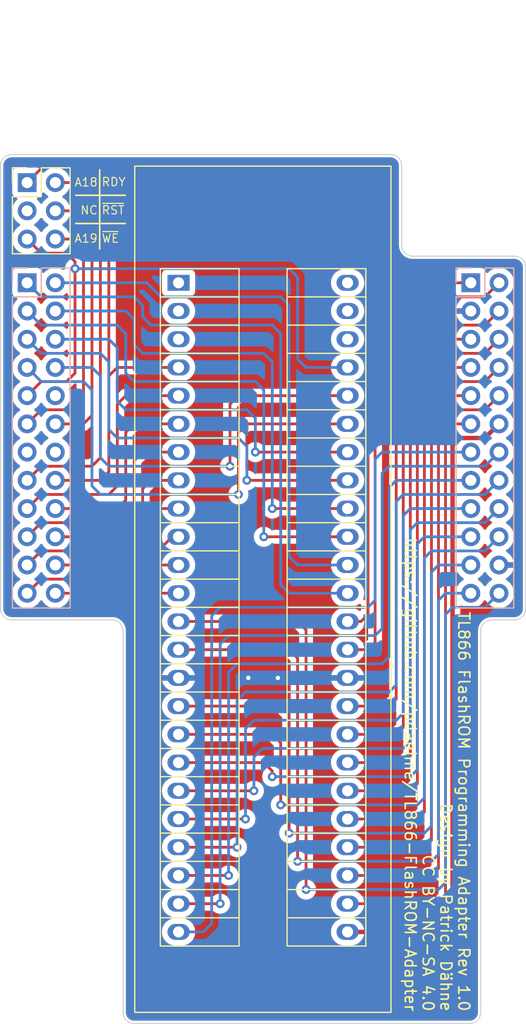
<source format=kicad_pcb>
(kicad_pcb (version 20221018) (generator pcbnew)
  (title_block (title "TL866 FlashROM Programming Adapter") (date "2024-01-08") (rev "1.0") (company "Patrick Dähne CC BY-NC-SA 4.0") (comment 1 "https://github.com/pdaehne/TL866-FlashROM-Adapter"))
  (layers (0 "F.Cu" signal) (31 "B.Cu" signal) (34 "B.Paste" user) (35 "F.Paste" user) (36 "B.SilkS" user "B.Silkscreen") (37 "F.SilkS" user "F.Silkscreen") (38 "B.Mask" user) (39 "F.Mask" user) (44 "Edge.Cuts" user))
  (net 0 "")
  (net 1 "/GND")
  (net 2 "/VCC")
  (net 3 "/A20")
  (net 4 "/A21")
  (net 5 "/~{WE}")
  (net 6 "/~{RST}")
  (net 7 "/~{WP}")
  (net 8 "/A9")
  (net 9 "/D7")
  (net 10 "/D6")
  (net 11 "/D5")
  (net 12 "/D8")
  (net 13 "/D9")
  (net 14 "/D10")
  (net 15 "/D4")
  (net 16 "/D3")
  (net 17 "/D2")
  (net 18 "/D1")
  (net 19 "/D0")
  (net 20 "/~{BYTE}")
  (net 21 "/~{OE_Flash}")
  (net 22 "/~{CE}")
  (net 23 "/~{BUSY}")
  (net 24 "/A19")
  (net 25 "/A18")
  (net 26 "/A17")
  (net 27 "/A16")
  (net 28 "/D15")
  (net 29 "/D14")
  (net 30 "/D13")
  (net 31 "/D12")
  (net 32 "/D11")
  (net 36 "/A7")
  (net 37 "/A6")
  (net 38 "/A5")
  (net 39 "/A4")
  (net 40 "/A3")
  (net 41 "/A2")
  (net 42 "/A1")
  (net 43 "/A0")
  (net 44 "/A15")
  (net 45 "/A14")
  (net 46 "/A13")
  (net 47 "/A12")
  (net 48 "/A11")
  (net 49 "/A10")
  (net 50 "/A8")
  (footprint "Connector_PinHeader_2.54mm:PinHeader_2x03_P2.54mm_Vertical" (layer "F.Cu") (at 111.76 77.343)
    (fp_text reference "J4" hide)
    (fp_text value "Conn_02x03_Odd_Even" hide)
    (pad "1" thru_hole rect (at 0 0) (size 1.7 1.7) (drill 1) (layers "*.Cu" "*.Mask") (net 25 "/A18"))
    (pad "2" thru_hole oval (at 2.54 0) (size 1.7 1.7) (drill 1) (layers "*.Cu" "*.Mask") (net 23 "/~{BUSY}"))
    (pad "3" thru_hole oval (at 0 2.54) (size 1.7 1.7) (drill 1) (layers "*.Cu" "*.Mask"))
    (pad "4" thru_hole oval (at 2.54 2.54) (size 1.7 1.7) (drill 1) (layers "*.Cu" "*.Mask") (net 6 "/~{RST}"))
    (pad "5" thru_hole oval (at 0 5.08) (size 1.7 1.7) (drill 1) (layers "*.Cu" "*.Mask") (net 24 "/A19"))
    (pad "6" thru_hole oval (at 2.54 5.08) (size 1.7 1.7) (drill 1) (layers "*.Cu" "*.Mask") (net 5 "/~{WE}"))
  )
  (footprint "Socket_ZIF:ZIF_48Pin" (layer "F.Cu") (at 125.41 86.36)
    (fp_text reference "J3" hide)
    (fp_text value "~" hide)
    (pad "1" thru_hole rect (at 0 0) (size 2 1.44) (drill 1) (layers "*.Cu" "*.Mask"))
    (pad "2" thru_hole oval (at 0 2.54) (size 2 1.44) (drill 1) (layers "*.Cu" "*.Mask"))
    (pad "3" thru_hole oval (at 0 5.08) (size 2 1.44) (drill 1) (layers "*.Cu" "*.Mask"))
    (pad "4" thru_hole oval (at 0 7.62) (size 2 1.44) (drill 1) (layers "*.Cu" "*.Mask") (net 25 "/A18"))
    (pad "5" thru_hole oval (at 0 10.16) (size 2 1.44) (drill 1) (layers "*.Cu" "*.Mask") (net 26 "/A17"))
    (pad "6" thru_hole oval (at 0 12.7) (size 2 1.44) (drill 1) (layers "*.Cu" "*.Mask") (net 36 "/A7"))
    (pad "7" thru_hole oval (at 0 15.24) (size 2 1.44) (drill 1) (layers "*.Cu" "*.Mask") (net 37 "/A6"))
    (pad "8" thru_hole oval (at 0 17.78) (size 2 1.44) (drill 1) (layers "*.Cu" "*.Mask") (net 38 "/A5"))
    (pad "9" thru_hole oval (at 0 20.32) (size 2 1.44) (drill 1) (layers "*.Cu" "*.Mask") (net 39 "/A4"))
    (pad "10" thru_hole oval (at 0 22.86) (size 2 1.44) (drill 1) (layers "*.Cu" "*.Mask") (net 40 "/A3"))
    (pad "11" thru_hole oval (at 0 25.4) (size 2 1.44) (drill 1) (layers "*.Cu" "*.Mask") (net 41 "/A2"))
    (pad "12" thru_hole oval (at 0 27.94) (size 2 1.44) (drill 1) (layers "*.Cu" "*.Mask") (net 42 "/A1"))
    (pad "13" thru_hole oval (at 0 30.48) (size 2 1.44) (drill 1) (layers "*.Cu" "*.Mask") (net 43 "/A0"))
    (pad "14" thru_hole oval (at 0 33.02) (size 2 1.44) (drill 1) (layers "*.Cu" "*.Mask") (net 22 "/~{CE}"))
    (pad "15" thru_hole oval (at 0 35.56) (size 2 1.44) (drill 1) (layers "*.Cu" "*.Mask") (net 1 "/GND"))
    (pad "16" thru_hole oval (at 0 38.1) (size 2 1.44) (drill 1) (layers "*.Cu" "*.Mask") (net 21 "/~{OE_Flash}"))
    (pad "17" thru_hole oval (at 0 40.64) (size 2 1.44) (drill 1) (layers "*.Cu" "*.Mask") (net 19 "/D0"))
    (pad "18" thru_hole oval (at 0 43.18) (size 2 1.44) (drill 1) (layers "*.Cu" "*.Mask") (net 12 "/D8"))
    (pad "19" thru_hole oval (at 0 45.72) (size 2 1.44) (drill 1) (layers "*.Cu" "*.Mask") (net 18 "/D1"))
    (pad "20" thru_hole oval (at 0 48.26) (size 2 1.44) (drill 1) (layers "*.Cu" "*.Mask") (net 13 "/D9"))
    (pad "21" thru_hole oval (at 0 50.8) (size 2 1.44) (drill 1) (layers "*.Cu" "*.Mask") (net 17 "/D2"))
    (pad "22" thru_hole oval (at 0 53.34) (size 2 1.44) (drill 1) (layers "*.Cu" "*.Mask") (net 14 "/D10"))
    (pad "23" thru_hole oval (at 0 55.88) (size 2 1.44) (drill 1) (layers "*.Cu" "*.Mask") (net 16 "/D3"))
    (pad "24" thru_hole oval (at 0 58.42) (size 2 1.44) (drill 1) (layers "*.Cu" "*.Mask") (net 32 "/D11"))
    (pad "25" thru_hole oval (at 15.24 58.42) (size 2 1.44) (drill 1) (layers "*.Cu" "*.Mask") (net 2 "/VCC"))
    (pad "26" thru_hole oval (at 15.24 55.88) (size 2 1.44) (drill 1) (layers "*.Cu" "*.Mask") (net 15 "/D4"))
    (pad "27" thru_hole oval (at 15.24 53.34) (size 2 1.44) (drill 1) (layers "*.Cu" "*.Mask") (net 31 "/D12"))
    (pad "28" thru_hole oval (at 15.24 50.8) (size 2 1.44) (drill 1) (layers "*.Cu" "*.Mask") (net 11 "/D5"))
    (pad "29" thru_hole oval (at 15.24 48.26) (size 2 1.44) (drill 1) (layers "*.Cu" "*.Mask") (net 30 "/D13"))
    (pad "30" thru_hole oval (at 15.24 45.72) (size 2 1.44) (drill 1) (layers "*.Cu" "*.Mask") (net 10 "/D6"))
    (pad "31" thru_hole oval (at 15.24 43.18) (size 2 1.44) (drill 1) (layers "*.Cu" "*.Mask") (net 29 "/D14"))
    (pad "32" thru_hole oval (at 15.24 40.64) (size 2 1.44) (drill 1) (layers "*.Cu" "*.Mask") (net 9 "/D7"))
    (pad "33" thru_hole oval (at 15.24 38.1) (size 2 1.44) (drill 1) (layers "*.Cu" "*.Mask") (net 28 "/D15"))
    (pad "34" thru_hole oval (at 15.24 35.56) (size 2 1.44) (drill 1) (layers "*.Cu" "*.Mask") (net 1 "/GND"))
    (pad "35" thru_hole oval (at 15.24 33.02) (size 2 1.44) (drill 1) (layers "*.Cu" "*.Mask") (net 20 "/~{BYTE}"))
    (pad "36" thru_hole oval (at 15.24 30.48) (size 2 1.44) (drill 1) (layers "*.Cu" "*.Mask") (net 27 "/A16"))
    (pad "37" thru_hole oval (at 15.24 27.94) (size 2 1.44) (drill 1) (layers "*.Cu" "*.Mask") (net 44 "/A15"))
    (pad "38" thru_hole oval (at 15.24 25.4) (size 2 1.44) (drill 1) (layers "*.Cu" "*.Mask") (net 45 "/A14"))
    (pad "39" thru_hole oval (at 15.24 22.86) (size 2 1.44) (drill 1) (layers "*.Cu" "*.Mask") (net 46 "/A13"))
    (pad "40" thru_hole oval (at 15.24 20.32) (size 2 1.44) (drill 1) (layers "*.Cu" "*.Mask") (net 47 "/A12"))
    (pad "41" thru_hole oval (at 15.24 17.78) (size 2 1.44) (drill 1) (layers "*.Cu" "*.Mask") (net 48 "/A11"))
    (pad "42" thru_hole oval (at 15.24 15.24) (size 2 1.44) (drill 1) (layers "*.Cu" "*.Mask") (net 49 "/A10"))
    (pad "43" thru_hole oval (at 15.24 12.7) (size 2 1.44) (drill 1) (layers "*.Cu" "*.Mask") (net 8 "/A9"))
    (pad "44" thru_hole oval (at 15.24 10.16) (size 2 1.44) (drill 1) (layers "*.Cu" "*.Mask") (net 50 "/A8"))
    (pad "45" thru_hole oval (at 15.24 7.62) (size 2 1.44) (drill 1) (layers "*.Cu" "*.Mask") (net 24 "/A19"))
    (pad "46" thru_hole oval (at 15.24 5.08) (size 2 1.44) (drill 1) (layers "*.Cu" "*.Mask"))
    (pad "47" thru_hole oval (at 15.24 2.54) (size 2 1.44) (drill 1) (layers "*.Cu" "*.Mask"))
    (pad "48" thru_hole oval (at 15.24 0) (size 2 1.44) (drill 1) (layers "*.Cu" "*.Mask"))
  )
  (footprint "Connector_PinSocket_2.54mm:PinSocket_2x12_P2.54mm_Vertical" (layer "B.Cu") (at 111.76 86.36 180)
    (fp_text reference "J1" hide)
    (fp_text value "Conn_02x12_Odd_Even" hide)
    (pad "1" thru_hole rect (at 0 0 180) (size 1.7 1.7) (drill 1) (layers "*.Cu" "*.Mask") (net 44 "/A15"))
    (pad "2" thru_hole oval (at -2.54 0 180) (size 1.7 1.7) (drill 1) (layers "*.Cu" "*.Mask") (net 45 "/A14"))
    (pad "3" thru_hole oval (at 0 -2.54 180) (size 1.7 1.7) (drill 1) (layers "*.Cu" "*.Mask") (net 46 "/A13"))
    (pad "4" thru_hole oval (at -2.54 -2.54 180) (size 1.7 1.7) (drill 1) (layers "*.Cu" "*.Mask") (net 47 "/A12"))
    (pad "5" thru_hole oval (at 0 -5.08 180) (size 1.7 1.7) (drill 1) (layers "*.Cu" "*.Mask") (net 48 "/A11"))
    (pad "6" thru_hole oval (at -2.54 -5.08 180) (size 1.7 1.7) (drill 1) (layers "*.Cu" "*.Mask") (net 49 "/A10"))
    (pad "7" thru_hole oval (at 0 -7.62 180) (size 1.7 1.7) (drill 1) (layers "*.Cu" "*.Mask") (net 8 "/A9"))
    (pad "8" thru_hole oval (at -2.54 -7.62 180) (size 1.7 1.7) (drill 1) (layers "*.Cu" "*.Mask") (net 50 "/A8"))
    (pad "9" thru_hole oval (at 0 -10.16 180) (size 1.7 1.7) (drill 1) (layers "*.Cu" "*.Mask") (net 24 "/A19"))
    (pad "10" thru_hole oval (at -2.54 -10.16 180) (size 1.7 1.7) (drill 1) (layers "*.Cu" "*.Mask") (net 3 "/A20"))
    (pad "11" thru_hole oval (at 0 -12.7 180) (size 1.7 1.7) (drill 1) (layers "*.Cu" "*.Mask") (net 5 "/~{WE}"))
    (pad "12" thru_hole oval (at -2.54 -12.7 180) (size 1.7 1.7) (drill 1) (layers "*.Cu" "*.Mask") (net 6 "/~{RST}"))
    (pad "13" thru_hole oval (at 0 -15.24 180) (size 1.7 1.7) (drill 1) (layers "*.Cu" "*.Mask") (net 4 "/A21"))
    (pad "14" thru_hole oval (at -2.54 -15.24 180) (size 1.7 1.7) (drill 1) (layers "*.Cu" "*.Mask") (net 7 "/~{WP}"))
    (pad "15" thru_hole oval (at 0 -17.78 180) (size 1.7 1.7) (drill 1) (layers "*.Cu" "*.Mask") (net 23 "/~{BUSY}"))
    (pad "16" thru_hole oval (at -2.54 -17.78 180) (size 1.7 1.7) (drill 1) (layers "*.Cu" "*.Mask") (net 25 "/A18"))
    (pad "17" thru_hole oval (at 0 -20.32 180) (size 1.7 1.7) (drill 1) (layers "*.Cu" "*.Mask") (net 26 "/A17"))
    (pad "18" thru_hole oval (at -2.54 -20.32 180) (size 1.7 1.7) (drill 1) (layers "*.Cu" "*.Mask") (net 36 "/A7"))
    (pad "19" thru_hole oval (at 0 -22.86 180) (size 1.7 1.7) (drill 1) (layers "*.Cu" "*.Mask") (net 37 "/A6"))
    (pad "20" thru_hole oval (at -2.54 -22.86 180) (size 1.7 1.7) (drill 1) (layers "*.Cu" "*.Mask") (net 38 "/A5"))
    (pad "21" thru_hole oval (at 0 -25.4 180) (size 1.7 1.7) (drill 1) (layers "*.Cu" "*.Mask") (net 39 "/A4"))
    (pad "22" thru_hole oval (at -2.54 -25.4 180) (size 1.7 1.7) (drill 1) (layers "*.Cu" "*.Mask") (net 40 "/A3"))
    (pad "23" thru_hole oval (at 0 -27.94 180) (size 1.7 1.7) (drill 1) (layers "*.Cu" "*.Mask") (net 41 "/A2"))
    (pad "24" thru_hole oval (at -2.54 -27.94 180) (size 1.7 1.7) (drill 1) (layers "*.Cu" "*.Mask") (net 42 "/A1"))
  )
  (footprint "Connector_PinSocket_2.54mm:PinSocket_2x12_P2.54mm_Vertical" (layer "B.Cu") (at 151.76 86.36 180)
    (fp_text reference "J2" hide)
    (fp_text value "Conn_02x12_Odd_Even" hide)
    (pad "1" thru_hole rect (at 0 0 180) (size 1.7 1.7) (drill 1) (layers "*.Cu" "*.Mask") (net 27 "/A16"))
    (pad "2" thru_hole oval (at -2.54 0 180) (size 1.7 1.7) (drill 1) (layers "*.Cu" "*.Mask") (net 20 "/~{BYTE}"))
    (pad "3" thru_hole oval (at 0 -2.54 180) (size 1.7 1.7) (drill 1) (layers "*.Cu" "*.Mask") (net 1 "/GND"))
    (pad "4" thru_hole oval (at -2.54 -2.54 180) (size 1.7 1.7) (drill 1) (layers "*.Cu" "*.Mask") (net 28 "/D15"))
    (pad "5" thru_hole oval (at 0 -5.08 180) (size 1.7 1.7) (drill 1) (layers "*.Cu" "*.Mask") (net 9 "/D7"))
    (pad "6" thru_hole oval (at -2.54 -5.08 180) (size 1.7 1.7) (drill 1) (layers "*.Cu" "*.Mask") (net 29 "/D14"))
    (pad "7" thru_hole oval (at 0 -7.62 180) (size 1.7 1.7) (drill 1) (layers "*.Cu" "*.Mask") (net 10 "/D6"))
    (pad "8" thru_hole oval (at -2.54 -7.62 180) (size 1.7 1.7) (drill 1) (layers "*.Cu" "*.Mask") (net 30 "/D13"))
    (pad "9" thru_hole oval (at 0 -10.16 180) (size 1.7 1.7) (drill 1) (layers "*.Cu" "*.Mask") (net 11 "/D5"))
    (pad "10" thru_hole oval (at -2.54 -10.16 180) (size 1.7 1.7) (drill 1) (layers "*.Cu" "*.Mask") (net 31 "/D12"))
    (pad "11" thru_hole oval (at 0 -12.7 180) (size 1.7 1.7) (drill 1) (layers "*.Cu" "*.Mask") (net 15 "/D4"))
    (pad "12" thru_hole oval (at -2.54 -12.7 180) (size 1.7 1.7) (drill 1) (layers "*.Cu" "*.Mask") (net 2 "/VCC"))
    (pad "13" thru_hole oval (at 0 -15.24 180) (size 1.7 1.7) (drill 1) (layers "*.Cu" "*.Mask") (net 32 "/D11"))
    (pad "14" thru_hole oval (at -2.54 -15.24 180) (size 1.7 1.7) (drill 1) (layers "*.Cu" "*.Mask") (net 16 "/D3"))
    (pad "15" thru_hole oval (at 0 -17.78 180) (size 1.7 1.7) (drill 1) (layers "*.Cu" "*.Mask") (net 14 "/D10"))
    (pad "16" thru_hole oval (at -2.54 -17.78 180) (size 1.7 1.7) (drill 1) (layers "*.Cu" "*.Mask") (net 17 "/D2"))
    (pad "17" thru_hole oval (at 0 -20.32 180) (size 1.7 1.7) (drill 1) (layers "*.Cu" "*.Mask") (net 13 "/D9"))
    (pad "18" thru_hole oval (at -2.54 -20.32 180) (size 1.7 1.7) (drill 1) (layers "*.Cu" "*.Mask") (net 18 "/D1"))
    (pad "19" thru_hole oval (at 0 -22.86 180) (size 1.7 1.7) (drill 1) (layers "*.Cu" "*.Mask") (net 12 "/D8"))
    (pad "20" thru_hole oval (at -2.54 -22.86 180) (size 1.7 1.7) (drill 1) (layers "*.Cu" "*.Mask") (net 19 "/D0"))
    (pad "21" thru_hole oval (at 0 -25.4 180) (size 1.7 1.7) (drill 1) (layers "*.Cu" "*.Mask") (net 21 "/~{OE_Flash}"))
    (pad "22" thru_hole oval (at -2.54 -25.4 180) (size 1.7 1.7) (drill 1) (layers "*.Cu" "*.Mask") (net 1 "/GND"))
    (pad "23" thru_hole oval (at 0 -27.94 180) (size 1.7 1.7) (drill 1) (layers "*.Cu" "*.Mask") (net 22 "/~{CE}"))
    (pad "24" thru_hole oval (at -2.54 -27.94 180) (size 1.7 1.7) (drill 1) (layers "*.Cu" "*.Mask") (net 43 "/A0"))
  )
  (gr_line (start 118.3005 76.2) (end 118.3005 83.312) (stroke (width 0.15)) (layer "F.SilkS"))
  (gr_line (start 116.1415 78.486) (end 120.5865 78.486) (stroke (width 0.15)) (layer "F.SilkS"))
  (gr_line (start 116.1415 81.026) (end 120.5865 81.026) (stroke (width 0.15)) (layer "F.SilkS"))
  (gr_arc (start 119.412 116.697) (mid 120.119106 116.989893) (end 120.412 117.697) (stroke (width 0.1)) (layer "Edge.Cuts"))
  (gr_line (start 153.654 116.697) (end 155.702 116.697) (stroke (width 0.1)) (layer "Edge.Cuts"))
  (gr_line (start 110.363 74.819) (end 144.526 74.819) (stroke (width 0.1)) (layer "Edge.Cuts"))
  (gr_arc (start 121.412 153.019) (mid 120.704894 152.726107) (end 120.412 152.019) (stroke (width 0.1)) (layer "Edge.Cuts"))
  (gr_line (start 146.526 83.963) (end 155.702 83.963) (stroke (width 0.1)) (layer "Edge.Cuts"))
  (gr_arc (start 152.654 152.019) (mid 152.361107 152.726106) (end 151.654 153.019) (stroke (width 0.1)) (layer "Edge.Cuts"))
  (gr_line (start 121.412 153.019) (end 151.654 153.019) (stroke (width 0.1)) (layer "Edge.Cuts"))
  (gr_arc (start 152.654 117.697) (mid 152.946893 116.989894) (end 153.654 116.697) (stroke (width 0.1)) (layer "Edge.Cuts"))
  (gr_line (start 152.654 117.697) (end 152.654 152.019) (stroke (width 0.1)) (layer "Edge.Cuts"))
  (gr_line (start 109.363 75.819) (end 109.363 115.697) (stroke (width 0.1)) (layer "Edge.Cuts"))
  (gr_arc (start 155.702 83.963) (mid 156.409106 84.255893) (end 156.702 84.963) (stroke (width 0.1)) (layer "Edge.Cuts"))
  (gr_line (start 120.412 117.697) (end 120.412 152.019) (stroke (width 0.1)) (layer "Edge.Cuts"))
  (gr_line (start 156.702 84.963) (end 156.702 115.697) (stroke (width 0.1)) (layer "Edge.Cuts"))
  (gr_arc (start 110.363 116.697) (mid 109.655894 116.404107) (end 109.363 115.697) (stroke (width 0.1)) (layer "Edge.Cuts"))
  (gr_arc (start 156.702 115.697) (mid 156.409107 116.404106) (end 155.702 116.697) (stroke (width 0.1)) (layer "Edge.Cuts"))
  (gr_line (start 145.526 75.819) (end 145.526 82.963) (stroke (width 0.1)) (layer "Edge.Cuts"))
  (gr_arc (start 144.526 74.819) (mid 145.233106 75.111893) (end 145.526 75.819) (stroke (width 0.1)) (layer "Edge.Cuts"))
  (gr_arc (start 152.654 151.257) (mid 152.654 151.257) (end 152.654 151.257) (stroke (width 0.1)) (layer "Edge.Cuts"))
  (gr_arc (start 109.363 75.819) (mid 109.655893 75.111894) (end 110.363 74.819) (stroke (width 0.1)) (layer "Edge.Cuts"))
  (gr_line (start 119.412 116.697) (end 110.363 116.697) (stroke (width 0.1)) (layer "Edge.Cuts"))
  (gr_arc (start 146.526 83.963) (mid 145.818894 83.670107) (end 145.526 82.963) (stroke (width 0.1)) (layer "Edge.Cuts"))
  (gr_text "RDY" (at 118.4275 77.724) (layer "F.SilkS") (effects (font (size 0.75 0.75) (thickness 0.1)) (justify left bottom)))
  (gr_text " A19" (at 118.1735 82.804) (layer "F.SilkS") (effects (font (size 0.75 0.75) (thickness 0.1) bold) (justify right bottom)))
  (gr_text "NC" (at 118.1735 80.264) (layer "F.SilkS") (effects (font (size 0.75 0.75) (thickness 0.1) bold) (justify right bottom)))
  (gr_text "~{WE}" (at 118.4275 82.804) (layer "F.SilkS") (effects (font (size 0.75 0.75) (thickness 0.1) bold) (justify left bottom)))
  (gr_text "A18" (at 118.1735 77.7494) (layer "F.SilkS") (effects (font (size 0.75 0.75) (thickness 0.1)) (justify right bottom)))
  (gr_text "~{RST}" (at 118.4275 80.264) (layer "F.SilkS") (effects (font (size 0.75 0.75) (thickness 0.1) bold) (justify left bottom)))
  (gr_text "TL866 FlashROM Programming Adapter Rev 1.0\nDesign by Patrick Dähne\nCC BY-NC-SA 4.0\nhttps://github.com/pdaehne/TL866-FlashROM-Adapter" (at 148.717 152.019 270) (layer "F.SilkS") (effects (font (size 1 1)) (justify right)))
  (via (at 131.699 121.92) (size 0.8) (drill 0.4) (layers "F.Cu" "B.Cu") (net 1))
  (via (at 134.366 121.92) (size 0.8) (drill 0.4) (layers "F.Cu" "B.Cu") (net 1))
  (segment (start 150.114 144.145) (end 149.479 144.78) (width 0.4) (layer "F.Cu") (net 2))
  (segment (start 149.479 144.78) (end 140.65 144.78) (width 0.4) (layer "F.Cu") (net 2))
  (segment (start 154.3 99.06) (end 153.03 100.33) (width 0.4) (layer "F.Cu") (net 2))
  (segment (start 153.03 100.33) (end 150.749 100.33) (width 0.4) (layer "F.Cu") (net 2))
  (segment (start 150.114 100.965) (end 150.114 144.145) (width 0.4) (layer "F.Cu") (net 2))
  (segment (start 150.749 100.33) (end 150.114 100.965) (width 0.4) (layer "F.Cu") (net 2))
  (segment (start 113.03 97.79) (end 111.76 99.06) (width 0.25) (layer "F.Cu") (net 5))
  (segment (start 116.84 97.028) (end 116.078 97.79) (width 0.25) (layer "F.Cu") (net 5))
  (segment (start 114.3 82.423) (end 116.078 82.423) (width 0.25) (layer "F.Cu") (net 5))
  (segment (start 116.078 82.423) (end 116.84 83.185) (width 0.25) (layer "F.Cu") (net 5))
  (segment (start 116.078 97.79) (end 113.03 97.79) (width 0.25) (layer "F.Cu") (net 5))
  (segment (start 116.84 83.185) (end 116.84 97.028) (width 0.25) (layer "F.Cu") (net 5))
  (segment (start 117.602 98.298) (end 116.84 99.06) (width 0.25) (layer "F.Cu") (net 6))
  (segment (start 116.84 99.06) (end 114.3 99.06) (width 0.25) (layer "F.Cu") (net 6))
  (segment (start 116.84 79.883) (end 117.602 80.645) (width 0.25) (layer "F.Cu") (net 6))
  (segment (start 117.602 80.645) (end 117.602 98.298) (width 0.25) (layer "F.Cu") (net 6))
  (segment (start 114.3 79.883) (end 116.84 79.883) (width 0.25) (layer "F.Cu") (net 6))
  (segment (start 140.65 99.06) (end 131.572 99.06) (width 0.25) (layer "F.Cu") (net 8))
  (segment (start 130.81 99.822) (end 130.81 105.41) (width 0.25) (layer "F.Cu") (net 8))
  (segment (start 131.572 99.06) (end 130.81 99.822) (width 0.25) (layer "F.Cu") (net 8))
  (via (at 130.81 105.41) (size 0.8) (drill 0.4) (layers "F.Cu" "B.Cu") (net 8))
  (segment (start 116.84 95.25) (end 113.03 95.25) (width 0.25) (layer "B.Cu") (net 8))
  (segment (start 130.81 105.41) (end 118.364 105.41) (width 0.25) (layer "B.Cu") (net 8))
  (segment (start 117.602 104.648) (end 117.602 96.012) (width 0.25) (layer "B.Cu") (net 8))
  (segment (start 113.03 95.25) (end 111.76 93.98) (width 0.25) (layer "B.Cu") (net 8))
  (segment (start 117.602 96.012) (end 116.84 95.25) (width 0.25) (layer "B.Cu") (net 8))
  (segment (start 118.364 105.41) (end 117.602 104.648) (width 0.25) (layer "B.Cu") (net 8))
  (segment (start 145.669 92.075) (end 145.669 126.365) (width 0.25) (layer "F.Cu") (net 9))
  (segment (start 151.76 91.44) (end 146.304 91.44) (width 0.25) (layer "F.Cu") (net 9))
  (segment (start 145.034 127) (end 140.65 127) (width 0.25) (layer "F.Cu") (net 9))
  (segment (start 145.669 126.365) (end 145.034 127) (width 0.25) (layer "F.Cu") (net 9))
  (segment (start 146.304 91.44) (end 145.669 92.075) (width 0.25) (layer "F.Cu") (net 9))
  (segment (start 147.574 93.98) (end 146.939 94.615) (width 0.25) (layer "F.Cu") (net 10))
  (segment (start 146.939 94.615) (end 146.939 131.445) (width 0.25) (layer "F.Cu") (net 10))
  (segment (start 146.304 132.08) (end 140.65 132.08) (width 0.25) (layer "F.Cu") (net 10))
  (segment (start 151.76 93.98) (end 147.574 93.98) (width 0.25) (layer "F.Cu") (net 10))
  (segment (start 146.939 131.445) (end 146.304 132.08) (width 0.25) (layer "F.Cu") (net 10))
  (segment (start 148.844 96.52) (end 148.209 97.155) (width 0.25) (layer "F.Cu") (net 11))
  (segment (start 147.574 137.16) (end 140.65 137.16) (width 0.25) (layer "F.Cu") (net 11))
  (segment (start 151.76 96.52) (end 148.844 96.52) (width 0.25) (layer "F.Cu") (net 11))
  (segment (start 148.209 97.155) (end 148.209 136.525) (width 0.25) (layer "F.Cu") (net 11))
  (segment (start 148.209 136.525) (end 147.574 137.16) (width 0.25) (layer "F.Cu") (net 11))
  (segment (start 133.858 130.302) (end 133.096 129.54) (width 0.25) (layer "F.Cu") (net 12))
  (segment (start 133.096 129.54) (end 125.41 129.54) (width 0.25) (layer "F.Cu") (net 12))
  (segment (start 133.858 130.81) (end 133.858 130.302) (width 0.25) (layer "F.Cu") (net 12))
  (via (at 133.858 130.81) (size 0.8) (drill 0.4) (layers "F.Cu" "B.Cu") (net 12))
  (segment (start 151.76 109.22) (end 147.574 109.22) (width 0.25) (layer "B.Cu") (net 12))
  (segment (start 146.939 109.855) (end 146.939 130.175) (width 0.25) (layer "B.Cu") (net 12))
  (segment (start 147.574 109.22) (end 146.939 109.855) (width 0.25) (layer "B.Cu") (net 12))
  (segment (start 146.939 130.175) (end 146.304 130.81) (width 0.25) (layer "B.Cu") (net 12))
  (segment (start 146.304 130.81) (end 133.858 130.81) (width 0.25) (layer "B.Cu") (net 12))
  (segment (start 130.533 134.62) (end 131.445 134.62) (width 0.25) (layer "F.Cu") (net 13))
  (segment (start 125.41 134.62) (end 130.533 134.62) (width 0.25) (layer "F.Cu") (net 13))
  (via (at 131.445 134.62) (size 0.8) (drill 0.4) (layers "F.Cu" "B.Cu") (net 13))
  (segment (start 131.445 126.492) (end 132.207 125.73) (width 0.25) (layer "B.Cu") (net 13))
  (segment (start 145.034 125.73) (end 145.669 125.095) (width 0.25) (layer "B.Cu") (net 13))
  (segment (start 145.669 107.315) (end 146.304 106.68) (width 0.25) (layer "B.Cu") (net 13))
  (segment (start 146.304 106.68) (end 151.76 106.68) (width 0.25) (layer "B.Cu") (net 13))
  (segment (start 131.445 134.62) (end 131.445 126.492) (width 0.25) (layer "B.Cu") (net 13))
  (segment (start 145.669 125.095) (end 145.669 107.315) (width 0.25) (layer "B.Cu") (net 13))
  (segment (start 132.207 125.73) (end 145.034 125.73) (width 0.25) (layer "B.Cu") (net 13))
  (segment (start 129.084 139.7) (end 129.921 139.7) (width 0.25) (layer "F.Cu") (net 14))
  (segment (start 125.41 139.7) (end 129.084 139.7) (width 0.25) (layer "F.Cu") (net 14))
  (via (at 129.921 139.7) (size 0.8) (drill 0.4) (layers "F.Cu" "B.Cu") (net 14))
  (segment (start 143.764 120.65) (end 144.399 120.015) (width 0.25) (layer "B.Cu") (net 14))
  (segment (start 130.683 120.65) (end 143.764 120.65) (width 0.25) (layer "B.Cu") (net 14))
  (segment (start 144.399 104.775) (end 145.034 104.14) (width 0.25) (layer "B.Cu") (net 14))
  (segment (start 129.921 139.7) (end 129.921 121.412) (width 0.25) (layer "B.Cu") (net 14))
  (segment (start 144.399 120.015) (end 144.399 104.775) (width 0.25) (layer "B.Cu") (net 14))
  (segment (start 129.921 121.412) (end 130.683 120.65) (width 0.25) (layer "B.Cu") (net 14))
  (segment (start 145.034 104.14) (end 151.76 104.14) (width 0.25) (layer "B.Cu") (net 14))
  (segment (start 149.479 141.605) (end 148.844 142.24) (width 0.25) (layer "F.Cu") (net 15))
  (segment (start 149.479 99.695) (end 149.479 141.605) (width 0.25) (layer "F.Cu") (net 15))
  (segment (start 148.844 142.24) (end 140.65 142.24) (width 0.25) (layer "F.Cu") (net 15))
  (segment (start 151.76 99.06) (end 150.114 99.06) (width 0.25) (layer "F.Cu") (net 15))
  (segment (start 150.114 99.06) (end 149.479 99.695) (width 0.25) (layer "F.Cu") (net 15))
  (segment (start 125.41 142.24) (end 129.159 142.24) (width 0.25) (layer "F.Cu") (net 16))
  (via (at 129.159 142.24) (size 0.8) (drill 0.4) (layers "F.Cu" "B.Cu") (net 16))
  (segment (start 143.764 117.475) (end 143.764 103.505) (width 0.25) (layer "B.Cu") (net 16))
  (segment (start 144.399 102.87) (end 153.03 102.87) (width 0.25) (layer "B.Cu") (net 16))
  (segment (start 143.764 103.505) (end 144.399 102.87) (width 0.25) (layer "B.Cu") (net 16))
  (segment (start 129.159 118.872) (end 129.921 118.11) (width 0.25) (layer "B.Cu") (net 16))
  (segment (start 129.159 142.24) (end 129.159 118.872) (width 0.25) (layer "B.Cu") (net 16))
  (segment (start 143.129 118.11) (end 143.764 117.475) (width 0.25) (layer "B.Cu") (net 16))
  (segment (start 129.921 118.11) (end 143.129 118.11) (width 0.25) (layer "B.Cu") (net 16))
  (segment (start 153.03 102.87) (end 154.3 101.6) (width 0.25) (layer "B.Cu") (net 16))
  (segment (start 129.8085 137.16) (end 130.683 137.16) (width 0.25) (layer "F.Cu") (net 17))
  (segment (start 125.41 137.16) (end 129.8085 137.16) (width 0.25) (layer "F.Cu") (net 17))
  (via (at 130.683 137.16) (size 0.8) (drill 0.4) (layers "F.Cu" "B.Cu") (net 17))
  (segment (start 145.669 105.41) (end 153.03 105.41) (width 0.25) (layer "B.Cu") (net 17))
  (segment (start 145.034 106.045) (end 145.669 105.41) (width 0.25) (layer "B.Cu") (net 17))
  (segment (start 144.399 123.19) (end 145.034 122.555) (width 0.25) (layer "B.Cu") (net 17))
  (segment (start 130.683 137.16) (end 130.683 123.952) (width 0.25) (layer "B.Cu") (net 17))
  (segment (start 145.034 122.555) (end 145.034 106.045) (width 0.25) (layer "B.Cu") (net 17))
  (segment (start 153.03 105.41) (end 154.3 104.14) (width 0.25) (layer "B.Cu") (net 17))
  (segment (start 131.445 123.19) (end 144.399 123.19) (width 0.25) (layer "B.Cu") (net 17))
  (segment (start 130.683 123.952) (end 131.445 123.19) (width 0.25) (layer "B.Cu") (net 17))
  (segment (start 131.5115 132.08) (end 132.207 132.08) (width 0.25) (layer "F.Cu") (net 18))
  (segment (start 125.41 132.08) (end 131.5115 132.08) (width 0.25) (layer "F.Cu") (net 18))
  (via (at 132.207 132.08) (size 0.8) (drill 0.4) (layers "F.Cu" "B.Cu") (net 18))
  (segment (start 132.969 128.27) (end 145.669 128.27) (width 0.25) (layer "B.Cu") (net 18))
  (segment (start 145.669 128.27) (end 146.304 127.635) (width 0.25) (layer "B.Cu") (net 18))
  (segment (start 146.939 107.95) (end 153.03 107.95) (width 0.25) (layer "B.Cu") (net 18))
  (segment (start 146.304 127.635) (end 146.304 108.585) (width 0.25) (layer "B.Cu") (net 18))
  (segment (start 132.207 129.032) (end 132.969 128.27) (width 0.25) (layer "B.Cu") (net 18))
  (segment (start 146.304 108.585) (end 146.939 107.95) (width 0.25) (layer "B.Cu") (net 18))
  (segment (start 153.03 107.95) (end 154.3 106.68) (width 0.25) (layer "B.Cu") (net 18))
  (segment (start 132.207 132.08) (end 132.207 129.032) (width 0.25) (layer "B.Cu") (net 18))
  (segment (start 134.62 133.35) (end 134.62 127.762) (width 0.25) (layer "F.Cu") (net 19))
  (segment (start 133.858 127) (end 125.41 127) (width 0.25) (layer "F.Cu") (net 19))
  (segment (start 134.62 127.762) (end 133.858 127) (width 0.25) (layer "F.Cu") (net 19))
  (via (at 134.62 133.35) (size 0.8) (drill 0.4) (layers "F.Cu" "B.Cu") (net 19))
  (segment (start 147.574 111.125) (end 147.574 132.715) (width 0.25) (layer "B.Cu") (net 19))
  (segment (start 147.574 132.715) (end 146.939 133.35) (width 0.25) (layer "B.Cu") (net 19))
  (segment (start 154.3 109.22) (end 153.03 110.49) (width 0.25) (layer "B.Cu") (net 19))
  (segment (start 148.209 110.49) (end 147.574 111.125) (width 0.25) (layer "B.Cu") (net 19))
  (segment (start 146.939 133.35) (end 134.62 133.35) (width 0.25) (layer "B.Cu") (net 19))
  (segment (start 153.03 110.49) (end 148.209 110.49) (width 0.25) (layer "B.Cu") (net 19))
  (segment (start 142.494 119.38) (end 140.65 119.38) (width 0.25) (layer "F.Cu") (net 20))
  (segment (start 143.129 118.745) (end 142.494 119.38) (width 0.25) (layer "F.Cu") (net 20))
  (segment (start 143.129 88.265) (end 143.129 118.745) (width 0.25) (layer "F.Cu") (net 20))
  (segment (start 154.3 86.36) (end 153.03 87.63) (width 0.25) (layer "F.Cu") (net 20))
  (segment (start 143.764 87.63) (end 143.129 88.265) (width 0.25) (layer "F.Cu") (net 20))
  (segment (start 153.03 87.63) (end 143.764 87.63) (width 0.25) (layer "F.Cu") (net 20))
  (segment (start 135.382 125.222) (end 134.62 124.46) (width 0.25) (layer "F.Cu") (net 21))
  (segment (start 134.62 124.46) (end 125.41 124.46) (width 0.25) (layer "F.Cu") (net 21))
  (segment (start 135.382 135.89) (end 135.382 125.222) (width 0.25) (layer "F.Cu") (net 21))
  (via (at 135.382 135.89) (size 0.8) (drill 0.4) (layers "F.Cu" "B.Cu") (net 21))
  (segment (start 148.844 111.76) (end 148.209 112.395) (width 0.25) (layer "B.Cu") (net 21))
  (segment (start 147.574 135.89) (end 135.382 135.89) (width 0.25) (layer "B.Cu") (net 21))
  (segment (start 148.209 112.395) (end 148.209 135.255) (width 0.25) (layer "B.Cu") (net 21))
  (segment (start 148.209 135.255) (end 147.574 135.89) (width 0.25) (layer "B.Cu") (net 21))
  (segment (start 151.76 111.76) (end 148.844 111.76) (width 0.25) (layer "B.Cu") (net 21))
  (segment (start 136.144 120.142) (end 135.382 119.38) (width 0.25) (layer "F.Cu") (net 22))
  (segment (start 135.382 119.38) (end 125.41 119.38) (width 0.25) (layer "F.Cu") (net 22))
  (segment (start 136.144 138.43) (end 136.144 120.142) (width 0.25) (layer "F.Cu") (net 22))
  (via (at 136.144 138.43) (size 0.8) (drill 0.4) (layers "F.Cu" "B.Cu") (net 22))
  (segment (start 148.844 137.795) (end 148.209 138.43) (width 0.25) (layer "B.Cu") (net 22))
  (segment (start 137.414 138.43) (end 136.144 138.43) (width 0.25) (layer "B.Cu") (net 22))
  (segment (start 148.844 114.935) (end 148.844 137.795) (width 0.25) (layer "B.Cu") (net 22))
  (segment (start 148.209 138.43) (end 137.414 138.43) (width 0.25) (layer "B.Cu") (net 22))
  (segment (start 149.479 114.3) (end 148.844 114.935) (width 0.25) (layer "B.Cu") (net 22))
  (segment (start 151.76 114.3) (end 149.479 114.3) (width 0.25) (layer "B.Cu") (net 22))
  (segment (start 114.3 77.343) (end 117.602 77.343) (width 0.25) (layer "F.Cu") (net 23))
  (segment (start 118.364 102.108) (end 117.602 102.87) (width 0.25) (layer "F.Cu") (net 23))
  (segment (start 117.602 77.343) (end 118.364 78.105) (width 0.25) (layer "F.Cu") (net 23))
  (segment (start 117.602 102.87) (end 113.03 102.87) (width 0.25) (layer "F.Cu") (net 23))
  (segment (start 113.03 102.87) (end 111.76 104.14) (width 0.25) (layer "F.Cu") (net 23))
  (segment (start 118.364 78.105) (end 118.364 102.108) (width 0.25) (layer "F.Cu") (net 23))
  (segment (start 116.078 85.09) (end 116.078 94.488) (width 0.25) (layer "F.Cu") (net 24))
  (segment (start 116.078 85.09) (end 116.078 84.455) (width 0.25) (layer "F.Cu") (net 24))
  (segment (start 113.03 83.693) (end 111.76 82.423) (width 0.25) (layer "F.Cu") (net 24))
  (segment (start 113.03 95.25) (end 111.76 96.52) (width 0.25) (layer "F.Cu") (net 24))
  (segment (start 115.316 83.693) (end 113.03 83.693) (width 0.25) (layer "F.Cu") (net 24))
  (segment (start 116.078 94.488) (end 115.316 95.25) (width 0.25) (layer "F.Cu") (net 24))
  (segment (start 115.316 95.25) (end 113.03 95.25) (width 0.25) (layer "F.Cu") (net 24))
  (segment (start 116.078 84.455) (end 115.316 83.693) (width 0.25) (layer "F.Cu") (net 24))
  (via (at 116.078 85.09) (size 0.8) (drill 0.4) (layers "F.Cu" "B.Cu") (net 24))
  (segment (start 116.078 85.09) (end 135.382 85.09) (width 0.25) (layer "B.Cu") (net 24))
  (segment (start 136.906 93.98) (end 140.65 93.98) (width 0.25) (layer "B.Cu") (net 24))
  (segment (start 136.144 93.218) (end 136.906 93.98) (width 0.25) (layer "B.Cu") (net 24))
  (segment (start 136.144 85.852) (end 136.144 93.218) (width 0.25) (layer "B.Cu") (net 24))
  (segment (start 135.382 85.09) (end 136.144 85.852) (width 0.25) (layer "B.Cu") (net 24))
  (segment (start 118.364 75.946) (end 113.157 75.946) (width 0.25) (layer "F.Cu") (net 25))
  (segment (start 119.888 93.98) (end 119.126 94.742) (width 0.25) (layer "F.Cu") (net 25))
  (segment (start 119.126 76.708) (end 119.126 94.742) (width 0.25) (layer "F.Cu") (net 25))
  (segment (start 119.126 103.378) (end 118.364 104.14) (width 0.25) (layer "F.Cu") (net 25))
  (segment (start 119.126 94.742) (end 119.126 103.378) (width 0.25) (layer "F.Cu") (net 25))
  (segment (start 118.364 104.14) (end 114.3 104.14) (width 0.25) (layer "F.Cu") (net 25))
  (segment (start 113.157 75.946) (end 111.76 77.343) (width 0.25) (layer "F.Cu") (net 25))
  (segment (start 119.126 76.708) (end 118.364 75.946) (width 0.25) (layer "F.Cu") (net 25))
  (segment (start 125.41 93.98) (end 119.888 93.98) (width 0.25) (layer "F.Cu") (net 25))
  (segment (start 119.126 105.41) (end 119.888 104.648) (width 0.25) (layer "F.Cu") (net 26))
  (segment (start 119.888 104.648) (end 119.888 97.282) (width 0.25) (layer "F.Cu") (net 26))
  (segment (start 120.65 96.52) (end 125.41 96.52) (width 0.25) (layer "F.Cu") (net 26))
  (segment (start 111.76 106.68) (end 113.03 105.41) (width 0.25) (layer "F.Cu") (net 26))
  (segment (start 113.03 105.41) (end 119.126 105.41) (width 0.25) (layer "F.Cu") (net 26))
  (segment (start 119.888 97.282) (end 120.65 96.52) (width 0.25) (layer "F.Cu") (net 26))
  (segment (start 142.494 116.205) (end 141.859 116.84) (width 0.25) (layer "F.Cu") (net 27))
  (segment (start 143.129 86.36) (end 142.494 86.995) (width 0.25) (layer "F.Cu") (net 27))
  (segment (start 151.76 86.36) (end 143.129 86.36) (width 0.25) (layer "F.Cu") (net 27))
  (segment (start 141.859 116.84) (end 140.65 116.84) (width 0.25) (layer "F.Cu") (net 27))
  (segment (start 142.494 86.995) (end 142.494 116.205) (width 0.25) (layer "F.Cu") (net 27))
  (segment (start 145.034 90.805) (end 145.034 123.825) (width 0.25) (layer "F.Cu") (net 28))
  (segment (start 154.3 88.9) (end 153.03 90.17) (width 0.25) (layer "F.Cu") (net 28))
  (segment (start 153.03 90.17) (end 145.669 90.17) (width 0.25) (layer "F.Cu") (net 28))
  (segment (start 144.399 124.46) (end 140.65 124.46) (width 0.25) (layer "F.Cu") (net 28))
  (segment (start 145.669 90.17) (end 145.034 90.805) (width 0.25) (layer "F.Cu") (net 28))
  (segment (start 145.034 123.825) (end 144.399 124.46) (width 0.25) (layer "F.Cu") (net 28))
  (segment (start 154.3 91.44) (end 153.03 92.71) (width 0.25) (layer "F.Cu") (net 29))
  (segment (start 146.304 128.905) (end 145.669 129.54) (width 0.25) (layer "F.Cu") (net 29))
  (segment (start 146.939 92.71) (end 146.304 93.345) (width 0.25) (layer "F.Cu") (net 29))
  (segment (start 153.03 92.71) (end 146.939 92.71) (width 0.25) (layer "F.Cu") (net 29))
  (segment (start 145.669 129.54) (end 140.65 129.54) (width 0.25) (layer "F.Cu") (net 29))
  (segment (start 146.304 93.345) (end 146.304 128.905) (width 0.25) (layer "F.Cu") (net 29))
  (segment (start 148.209 95.25) (end 147.574 95.885) (width 0.25) (layer "F.Cu") (net 30))
  (segment (start 146.939 134.62) (end 140.65 134.62) (width 0.25) (layer "F.Cu") (net 30))
  (segment (start 154.3 93.98) (end 153.03 95.25) (width 0.25) (layer "F.Cu") (net 30))
  (segment (start 153.03 95.25) (end 148.209 95.25) (width 0.25) (layer "F.Cu") (net 30))
  (segment (start 147.574 95.885) (end 147.574 133.985) (width 0.25) (layer "F.Cu") (net 30))
  (segment (start 147.574 133.985) (end 146.939 134.62) (width 0.25) (layer "F.Cu") (net 30))
  (segment (start 149.479 97.79) (end 148.844 98.425) (width 0.25) (layer "F.Cu") (net 31))
  (segment (start 154.3 96.52) (end 153.03 97.79) (width 0.25) (layer "F.Cu") (net 31))
  (segment (start 148.209 139.7) (end 140.65 139.7) (width 0.25) (layer "F.Cu") (net 31))
  (segment (start 148.844 98.425) (end 148.844 139.065) (width 0.25) (layer "F.Cu") (net 31))
  (segment (start 148.844 139.065) (end 148.209 139.7) (width 0.25) (layer "F.Cu") (net 31))
  (segment (start 153.03 97.79) (end 149.479 97.79) (width 0.25) (layer "F.Cu") (net 31))
  (segment (start 143.129 102.235) (end 143.129 114.935) (width 0.25) (layer "B.Cu") (net 32))
  (segment (start 128.397 144.018) (end 127.635 144.78) (width 0.25) (layer "B.Cu") (net 32))
  (segment (start 142.494 115.57) (end 129.159 115.57) (width 0.25) (layer "B.Cu") (net 32))
  (segment (start 127.635 144.78) (end 125.41 144.78) (width 0.25) (layer "B.Cu") (net 32))
  (segment (start 151.76 101.6) (end 143.764 101.6) (width 0.25) (layer "B.Cu") (net 32))
  (segment (start 128.397 116.332) (end 128.397 144.018) (width 0.25) (layer "B.Cu") (net 32))
  (segment (start 129.159 115.57) (end 128.397 116.332) (width 0.25) (layer "B.Cu") (net 32))
  (segment (start 143.129 114.935) (end 142.494 115.57) (width 0.25) (layer "B.Cu") (net 32))
  (segment (start 143.764 101.6) (end 143.129 102.235) (width 0.25) (layer "B.Cu") (net 32))
  (segment (start 119.888 106.68) (end 120.65 105.918) (width 0.25) (layer "F.Cu") (net 36))
  (segment (start 120.65 99.822) (end 121.412 99.06) (width 0.25) (layer "F.Cu") (net 36))
  (segment (start 120.65 105.918) (end 120.65 99.822) (width 0.25) (layer "F.Cu") (net 36))
  (segment (start 114.3 106.68) (end 119.888 106.68) (width 0.25) (layer "F.Cu") (net 36))
  (segment (start 121.412 99.06) (end 125.41 99.06) (width 0.25) (layer "F.Cu") (net 36))
  (segment (start 121.412 107.188) (end 121.412 102.362) (width 0.25) (layer "F.Cu") (net 37))
  (segment (start 111.76 109.22) (end 113.03 107.95) (width 0.25) (layer "F.Cu") (net 37))
  (segment (start 120.65 107.95) (end 121.412 107.188) (width 0.25) (layer "F.Cu") (net 37))
  (segment (start 121.412 102.362) (end 122.174 101.6) (width 0.25) (layer "F.Cu") (net 37))
  (segment (start 113.03 107.95) (end 120.65 107.95) (width 0.25) (layer "F.Cu") (net 37))
  (segment (start 122.174 101.6) (end 125.41 101.6) (width 0.25) (layer "F.Cu") (net 37))
  (segment (start 122.174 104.902) (end 122.174 108.458) (width 0.25) (layer "F.Cu") (net 38))
  (segment (start 122.174 108.458) (end 121.412 109.22) (width 0.25) (layer "F.Cu") (net 38))
  (segment (start 122.936 104.14) (end 122.174 104.902) (width 0.25) (layer "F.Cu") (net 38))
  (segment (start 125.41 104.14) (end 122.936 104.14) (width 0.25) (layer "F.Cu") (net 38))
  (segment (start 121.412 109.22) (end 114.3 109.22) (width 0.25) (layer "F.Cu") (net 38))
  (segment (start 122.936 107.442) (end 123.698 106.68) (width 0.25) (layer "F.Cu") (net 39))
  (segment (start 111.76 111.76) (end 113.03 110.49) (width 0.25) (layer "F.Cu") (net 39))
  (segment (start 122.936 109.728) (end 122.936 107.442) (width 0.25) (layer "F.Cu") (net 39))
  (segment (start 122.174 110.49) (end 122.936 109.728) (width 0.25) (layer "F.Cu") (net 39))
  (segment (start 113.03 110.49) (end 122.174 110.49) (width 0.25) (layer "F.Cu") (net 39))
  (segment (start 123.698 106.68) (end 125.41 106.68) (width 0.25) (layer "F.Cu") (net 39))
  (segment (start 122.301 111.76) (end 114.3 111.76) (width 0.25) (layer "F.Cu") (net 40))
  (segment (start 124.841 109.22) (end 122.301 111.76) (width 0.25) (layer "F.Cu") (net 40))
  (segment (start 125.41 109.22) (end 124.841 109.22) (width 0.25) (layer "F.Cu") (net 40))
  (segment (start 111.76 114.3) (end 113.03 113.03) (width 0.25) (layer "F.Cu") (net 41))
  (segment (start 122.301 113.03) (end 123.571 111.76) (width 0.25) (layer "F.Cu") (net 41))
  (segment (start 123.571 111.76) (end 125.41 111.76) (width 0.25) (layer "F.Cu") (net 41))
  (segment (start 113.03 113.03) (end 122.301 113.03) (width 0.25) (layer "F.Cu") (net 41))
  (segment (start 114.3 114.3) (end 125.41 114.3) (width 0.25) (layer "F.Cu") (net 42))
  (segment (start 136.144 116.84) (end 125.41 116.84) (width 0.25) (layer "F.Cu") (net 43))
  (segment (start 136.906 117.602) (end 136.144 116.84) (width 0.25) (layer "F.Cu") (net 43))
  (segment (start 136.906 140.97) (end 136.906 117.602) (width 0.25) (layer "F.Cu") (net 43))
  (via (at 136.906 140.97) (size 0.8) (drill 0.4) (layers "F.Cu" "B.Cu") (net 43))
  (segment (start 153.03 115.57) (end 150.114 115.57) (width 0.25) (layer "B.Cu") (net 43))
  (segment (start 149.479 116.205) (end 149.479 140.335) (width 0.25) (layer "B.Cu") (net 43))
  (segment (start 148.844 140.97) (end 136.906 140.97) (width 0.25) (layer "B.Cu") (net 43))
  (segment (start 150.114 115.57) (end 149.479 116.205) (width 0.25) (layer "B.Cu") (net 43))
  (segment (start 149.479 140.335) (end 148.844 140.97) (width 0.25) (layer "B.Cu") (net 43))
  (segment (start 154.3 114.3) (end 153.03 115.57) (width 0.25) (layer "B.Cu") (net 43))
  (segment (start 113.03 87.63) (end 121.412 87.63) (width 0.25) (layer "B.Cu") (net 44))
  (segment (start 133.858 90.17) (end 134.62 90.932) (width 0.25) (layer "B.Cu") (net 44))
  (segment (start 121.412 87.63) (end 122.174 88.392) (width 0.25) (layer "B.Cu") (net 44))
  (segment (start 122.936 90.17) (end 133.858 90.17) (width 0.25) (layer "B.Cu") (net 44))
  (segment (start 111.76 86.36) (end 113.03 87.63) (width 0.25) (layer "B.Cu") (net 44))
  (segment (start 135.382 114.3) (end 140.65 114.3) (width 0.25) (layer "B.Cu") (net 44))
  (segment (start 134.62 90.932) (end 134.62 113.538) (width 0.25) (layer "B.Cu") (net 44))
  (segment (start 134.62 113.538) (end 135.382 114.3) (width 0.25) (layer "B.Cu") (net 44))
  (segment (start 122.174 88.392) (end 122.174 89.408) (width 0.25) (layer "B.Cu") (net 44))
  (segment (start 122.174 89.408) (end 122.936 90.17) (width 0.25) (layer "B.Cu") (net 44))
  (segment (start 114.3 86.36) (end 122.555 86.36) (width 0.25) (layer "B.Cu") (net 45))
  (segment (start 122.555 86.36) (end 123.825 87.63) (width 0.25) (layer "B.Cu") (net 45))
  (segment (start 135.382 88.392) (end 135.382 110.998) (width 0.25) (layer "B.Cu") (net 45))
  (segment (start 134.62 87.63) (end 135.382 88.392) (width 0.25) (layer "B.Cu") (net 45))
  (segment (start 135.382 110.998) (end 136.144 111.76) (width 0.25) (layer "B.Cu") (net 45))
  (segment (start 123.825 87.63) (end 134.62 87.63) (width 0.25) (layer "B.Cu") (net 45))
  (segment (start 136.144 111.76) (end 140.65 111.76) (width 0.25) (layer "B.Cu") (net 45))
  (segment (start 133.096 109.22) (end 140.65 109.22) (width 0.25) (layer "F.Cu") (net 46))
  (via (at 133.096 109.22) (size 0.8) (drill 0.4) (layers "F.Cu" "B.Cu") (net 46))
  (segment (start 113.03 90.17) (end 111.76 88.9) (width 0.25) (layer "B.Cu") (net 46))
  (segment (start 120.65 94.488) (end 120.65 90.932) (width 0.25) (layer "B.Cu") (net 46))
  (segment (start 120.65 90.932) (end 119.888 90.17) (width 0.25) (layer "B.Cu") (net 46))
  (segment (start 133.096 96.012) (end 132.334 95.25) (width 0.25) (layer "B.Cu") (net 46))
  (segment (start 119.888 90.17) (end 113.03 90.17) (width 0.25) (layer "B.Cu") (net 46))
  (segment (start 133.096 109.22) (end 133.096 96.012) (width 0.25) (layer "B.Cu") (net 46))
  (segment (start 121.412 95.25) (end 120.65 94.488) (width 0.25) (layer "B.Cu") (net 46))
  (segment (start 132.334 95.25) (end 121.412 95.25) (width 0.25) (layer "B.Cu") (net 46))
  (segment (start 133.858 106.68) (end 140.65 106.68) (width 0.25) (layer "F.Cu") (net 47))
  (via (at 133.858 106.68) (size 0.8) (drill 0.4) (layers "F.Cu" "B.Cu") (net 47))
  (segment (start 122.174 92.71) (end 121.412 91.948) (width 0.25) (layer "B.Cu") (net 47))
  (segment (start 120.65 88.9) (end 114.3 88.9) (width 0.25) (layer "B.Cu") (net 47))
  (segment (start 121.412 91.948) (end 121.412 89.662) (width 0.25) (layer "B.Cu") (net 47))
  (segment (start 133.096 92.71) (end 122.174 92.71) (width 0.25) (layer "B.Cu") (net 47))
  (segment (start 121.412 89.662) (end 120.65 88.9) (width 0.25) (layer "B.Cu") (net 47))
  (segment (start 133.858 93.472) (end 133.096 92.71) (width 0.25) (layer "B.Cu") (net 47))
  (segment (start 133.858 106.68) (end 133.858 93.472) (width 0.25) (layer "B.Cu") (net 47))
  (segment (start 131.572 104.14) (end 140.65 104.14) (width 0.25) (layer "F.Cu") (net 48))
  (via (at 131.572 104.14) (size 0.8) (drill 0.4) (layers "F.Cu" "B.Cu") (net 48))
  (segment (start 118.364 92.71) (end 119.126 93.472) (width 0.25) (layer "B.Cu") (net 48))
  (segment (start 119.888 100.33) (end 130.81 100.33) (width 0.25) (layer "B.Cu") (net 48))
  (segment (start 111.76 91.44) (end 113.03 92.71) (width 0.25) (layer "B.Cu") (net 48))
  (segment (start 130.81 100.33) (end 131.572 101.092) (width 0.25) (layer "B.Cu") (net 48))
  (segment (start 113.03 92.71) (end 118.364 92.71) (width 0.25) (layer "B.Cu") (net 48))
  (segment (start 131.572 101.092) (end 131.572 104.14) (width 0.25) (layer "B.Cu") (net 48))
  (segment (start 119.126 99.568) (end 119.888 100.33) (width 0.25) (layer "B.Cu") (net 48))
  (segment (start 119.126 93.472) (end 119.126 99.568) (width 0.25) (layer "B.Cu") (net 48))
  (segment (start 132.334 101.6) (end 140.65 101.6) (width 0.25) (layer "F.Cu") (net 49))
  (via (at 132.334 101.6) (size 0.8) (drill 0.4) (layers "F.Cu" "B.Cu") (net 49))
  (segment (start 119.888 92.202) (end 119.888 97.028) (width 0.25) (layer "B.Cu") (net 49))
  (segment (start 119.888 97.028) (end 120.65 97.79) (width 0.25) (layer "B.Cu") (net 49))
  (segment (start 120.65 97.79) (end 131.572 97.79) (width 0.25) (layer "B.Cu") (net 49))
  (segment (start 119.126 91.44) (end 119.888 92.202) (width 0.25) (layer "B.Cu") (net 49))
  (segment (start 132.334 98.552) (end 132.334 101.6) (width 0.25) (layer "B.Cu") (net 49))
  (segment (start 114.3 91.44) (end 119.126 91.44) (width 0.25) (layer "B.Cu") (net 49))
  (segment (start 131.572 97.79) (end 132.334 98.552) (width 0.25) (layer "B.Cu") (net 49))
  (segment (start 130.048 97.282) (end 130.81 96.52) (width 0.25) (layer "F.Cu") (net 50))
  (segment (start 130.048 102.87) (end 130.048 97.282) (width 0.25) (layer "F.Cu") (net 50))
  (segment (start 130.81 96.52) (end 140.65 96.52) (width 0.25) (layer "F.Cu") (net 50))
  (via (at 130.048 102.87) (size 0.8) (drill 0.4) (layers "F.Cu" "B.Cu") (net 50))
  (segment (start 114.3 93.98) (end 117.602 93.98) (width 0.25) (layer "B.Cu") (net 50))
  (segment (start 119.126 102.87) (end 130.048 102.87) (width 0.25) (layer "B.Cu") (net 50))
  (segment (start 118.364 94.742) (end 118.364 102.108) (width 0.25) (layer "B.Cu") (net 50))
  (segment (start 117.602 93.98) (end 118.364 94.742) (width 0.25) (layer "B.Cu") (net 50))
  (segment (start 118.364 102.108) (end 119.126 102.87) (width 0.25) (layer "B.Cu") (net 50))
  (zone (net 1) (net_name "/GND") (layers "F&B.Cu") (connect_pads (clearance 0.5)) (min_thickness 0.25) (fill yes (thermal_gap 0.5) (thermal_bridge_width 0.5) (island_removal_mode 1) (island_area_min 10))
    (polygon (pts (xy 109.347 74.803) (xy 156.718 74.803) (xy 156.718 153.035) (xy 109.347 153.035)))
  )
)
</source>
